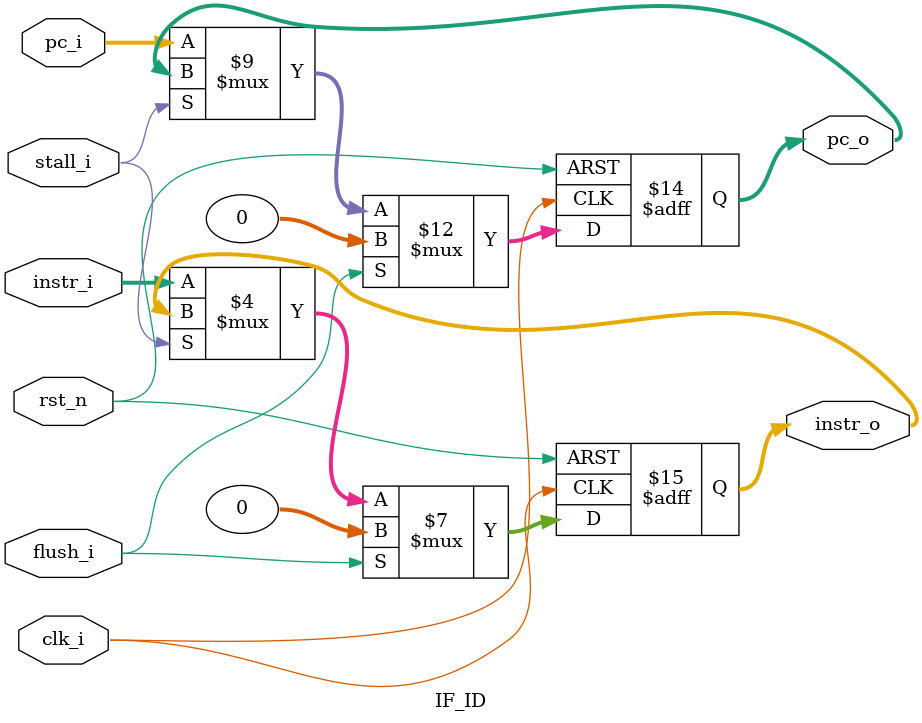
<source format=v>
module IF_ID
(
    clk_i,
    rst_n,

    stall_i,
    flush_i,
    pc_i,
    instr_i,
    
    pc_o,
    instr_o
);

// Ports
input               clk_i;
input               rst_n;
input               stall_i;
input               flush_i;
input   [31:0]      pc_i;
input   [31:0]      instr_i;

output reg [31:0]   pc_o;
output reg [31:0]   instr_o;

    
always @(posedge clk_i or negedge rst_n) begin
    if(~rst_n) begin
        pc_o <= 32'b0;
        instr_o <= 32'b0;
    end
    else if (flush_i) begin
        pc_o <= 32'b0;
        instr_o <= 32'b0;
    end
    else if (~stall_i) begin
        pc_o <= pc_i;
        instr_o <= instr_i;
    end
end

    
endmodule
</source>
